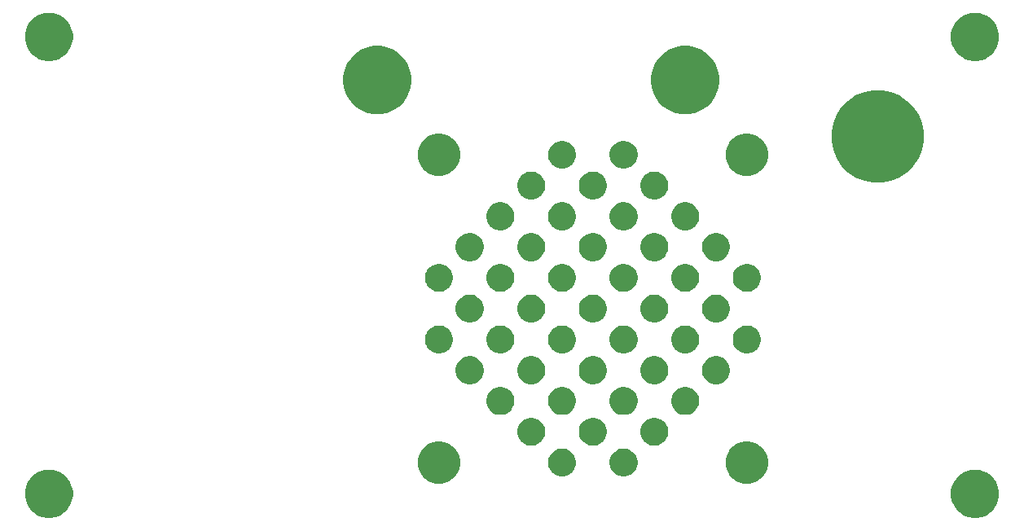
<source format=gts>
G04 #@! TF.GenerationSoftware,KiCad,Pcbnew,5.0.2-bee76a0~70~ubuntu16.04.1*
G04 #@! TF.CreationDate,2019-08-24T22:06:37-07:00*
G04 #@! TF.ProjectId,endcap,656e6463-6170-42e6-9b69-6361645f7063,rev?*
G04 #@! TF.SameCoordinates,PX2faf080PY2faf080*
G04 #@! TF.FileFunction,Soldermask,Top*
G04 #@! TF.FilePolarity,Negative*
%FSLAX46Y46*%
G04 Gerber Fmt 4.6, Leading zero omitted, Abs format (unit mm)*
G04 Created by KiCad (PCBNEW 5.0.2-bee76a0~70~ubuntu16.04.1) date Sat 24 Aug 2019 10:06:37 PM PDT*
%MOMM*%
%LPD*%
G01*
G04 APERTURE LIST*
%ADD10C,0.100000*%
G04 APERTURE END LIST*
D10*
G36*
X101612921Y-48797056D02*
X101854515Y-48845112D01*
X102309668Y-49033643D01*
X102713841Y-49303703D01*
X102719297Y-49307349D01*
X103067651Y-49655703D01*
X103341358Y-50065334D01*
X103529888Y-50520486D01*
X103626000Y-51003672D01*
X103626000Y-51496328D01*
X103529888Y-51979514D01*
X103341358Y-52434666D01*
X103067651Y-52844297D01*
X102719297Y-53192651D01*
X102719294Y-53192653D01*
X102309668Y-53466357D01*
X101854515Y-53654888D01*
X101612921Y-53702944D01*
X101371328Y-53751000D01*
X100878672Y-53751000D01*
X100637079Y-53702944D01*
X100395485Y-53654888D01*
X99940332Y-53466357D01*
X99530706Y-53192653D01*
X99530703Y-53192651D01*
X99182349Y-52844297D01*
X98908642Y-52434666D01*
X98720112Y-51979514D01*
X98624000Y-51496328D01*
X98624000Y-51003672D01*
X98720112Y-50520486D01*
X98908642Y-50065334D01*
X99182349Y-49655703D01*
X99530703Y-49307349D01*
X99536159Y-49303703D01*
X99940332Y-49033643D01*
X100395485Y-48845112D01*
X100637079Y-48797056D01*
X100878672Y-48749000D01*
X101371328Y-48749000D01*
X101612921Y-48797056D01*
X101612921Y-48797056D01*
G37*
G36*
X5362921Y-48797056D02*
X5604515Y-48845112D01*
X6059668Y-49033643D01*
X6463841Y-49303703D01*
X6469297Y-49307349D01*
X6817651Y-49655703D01*
X7091358Y-50065334D01*
X7279888Y-50520486D01*
X7376000Y-51003672D01*
X7376000Y-51496328D01*
X7279888Y-51979514D01*
X7091358Y-52434666D01*
X6817651Y-52844297D01*
X6469297Y-53192651D01*
X6469294Y-53192653D01*
X6059668Y-53466357D01*
X5604515Y-53654888D01*
X5362921Y-53702944D01*
X5121328Y-53751000D01*
X4628672Y-53751000D01*
X4387079Y-53702944D01*
X4145485Y-53654888D01*
X3690332Y-53466357D01*
X3280706Y-53192653D01*
X3280703Y-53192651D01*
X2932349Y-52844297D01*
X2658642Y-52434666D01*
X2470112Y-51979514D01*
X2374000Y-51496328D01*
X2374000Y-51003672D01*
X2470112Y-50520486D01*
X2658642Y-50065334D01*
X2932349Y-49655703D01*
X3280703Y-49307349D01*
X3286159Y-49303703D01*
X3690332Y-49033643D01*
X4145485Y-48845112D01*
X4387079Y-48797056D01*
X4628672Y-48749000D01*
X5121328Y-48749000D01*
X5362921Y-48797056D01*
X5362921Y-48797056D01*
G37*
G36*
X46042006Y-45883582D02*
X46442565Y-46049499D01*
X46803059Y-46290373D01*
X47109627Y-46596941D01*
X47350501Y-46957435D01*
X47516418Y-47357994D01*
X47601000Y-47783219D01*
X47601000Y-48216781D01*
X47516418Y-48642006D01*
X47350501Y-49042565D01*
X47109627Y-49403059D01*
X46803059Y-49709627D01*
X46442565Y-49950501D01*
X46042006Y-50116418D01*
X45616781Y-50201000D01*
X45183219Y-50201000D01*
X44757994Y-50116418D01*
X44357435Y-49950501D01*
X43996941Y-49709627D01*
X43690373Y-49403059D01*
X43449499Y-49042565D01*
X43283582Y-48642006D01*
X43199000Y-48216781D01*
X43199000Y-47783219D01*
X43283582Y-47357994D01*
X43449499Y-46957435D01*
X43690373Y-46596941D01*
X43996941Y-46290373D01*
X44357435Y-46049499D01*
X44757994Y-45883582D01*
X45183219Y-45799000D01*
X45616781Y-45799000D01*
X46042006Y-45883582D01*
X46042006Y-45883582D01*
G37*
G36*
X78042006Y-45883582D02*
X78442565Y-46049499D01*
X78803059Y-46290373D01*
X79109627Y-46596941D01*
X79350501Y-46957435D01*
X79516418Y-47357994D01*
X79601000Y-47783219D01*
X79601000Y-48216781D01*
X79516418Y-48642006D01*
X79350501Y-49042565D01*
X79109627Y-49403059D01*
X78803059Y-49709627D01*
X78442565Y-49950501D01*
X78042006Y-50116418D01*
X77616781Y-50201000D01*
X77183219Y-50201000D01*
X76757994Y-50116418D01*
X76357435Y-49950501D01*
X75996941Y-49709627D01*
X75690373Y-49403059D01*
X75449499Y-49042565D01*
X75283582Y-48642006D01*
X75199000Y-48216781D01*
X75199000Y-47783219D01*
X75283582Y-47357994D01*
X75449499Y-46957435D01*
X75690373Y-46596941D01*
X75996941Y-46290373D01*
X76357435Y-46049499D01*
X76757994Y-45883582D01*
X77183219Y-45799000D01*
X77616781Y-45799000D01*
X78042006Y-45883582D01*
X78042006Y-45883582D01*
G37*
G36*
X58623238Y-46604760D02*
X58623240Y-46604761D01*
X58623241Y-46604761D01*
X58887306Y-46714140D01*
X58887307Y-46714141D01*
X59124962Y-46872937D01*
X59327063Y-47075038D01*
X59327065Y-47075041D01*
X59485860Y-47312694D01*
X59595239Y-47576759D01*
X59595240Y-47576762D01*
X59651000Y-47857088D01*
X59651000Y-48142912D01*
X59636307Y-48216781D01*
X59595239Y-48423241D01*
X59485860Y-48687306D01*
X59485859Y-48687307D01*
X59327063Y-48924962D01*
X59124962Y-49127063D01*
X59124959Y-49127065D01*
X58887306Y-49285860D01*
X58623241Y-49395239D01*
X58623240Y-49395239D01*
X58623238Y-49395240D01*
X58342912Y-49451000D01*
X58057088Y-49451000D01*
X57776762Y-49395240D01*
X57776760Y-49395239D01*
X57776759Y-49395239D01*
X57512694Y-49285860D01*
X57275041Y-49127065D01*
X57275038Y-49127063D01*
X57072937Y-48924962D01*
X56914141Y-48687307D01*
X56914140Y-48687306D01*
X56804761Y-48423241D01*
X56763694Y-48216781D01*
X56749000Y-48142912D01*
X56749000Y-47857088D01*
X56804760Y-47576762D01*
X56804761Y-47576759D01*
X56914140Y-47312694D01*
X57072935Y-47075041D01*
X57072937Y-47075038D01*
X57275038Y-46872937D01*
X57512693Y-46714141D01*
X57512694Y-46714140D01*
X57776759Y-46604761D01*
X57776760Y-46604761D01*
X57776762Y-46604760D01*
X58057088Y-46549000D01*
X58342912Y-46549000D01*
X58623238Y-46604760D01*
X58623238Y-46604760D01*
G37*
G36*
X65023238Y-46604760D02*
X65023240Y-46604761D01*
X65023241Y-46604761D01*
X65287306Y-46714140D01*
X65287307Y-46714141D01*
X65524962Y-46872937D01*
X65727063Y-47075038D01*
X65727065Y-47075041D01*
X65885860Y-47312694D01*
X65995239Y-47576759D01*
X65995240Y-47576762D01*
X66051000Y-47857088D01*
X66051000Y-48142912D01*
X66036307Y-48216781D01*
X65995239Y-48423241D01*
X65885860Y-48687306D01*
X65885859Y-48687307D01*
X65727063Y-48924962D01*
X65524962Y-49127063D01*
X65524959Y-49127065D01*
X65287306Y-49285860D01*
X65023241Y-49395239D01*
X65023240Y-49395239D01*
X65023238Y-49395240D01*
X64742912Y-49451000D01*
X64457088Y-49451000D01*
X64176762Y-49395240D01*
X64176760Y-49395239D01*
X64176759Y-49395239D01*
X63912694Y-49285860D01*
X63675041Y-49127065D01*
X63675038Y-49127063D01*
X63472937Y-48924962D01*
X63314141Y-48687307D01*
X63314140Y-48687306D01*
X63204761Y-48423241D01*
X63163694Y-48216781D01*
X63149000Y-48142912D01*
X63149000Y-47857088D01*
X63204760Y-47576762D01*
X63204761Y-47576759D01*
X63314140Y-47312694D01*
X63472935Y-47075041D01*
X63472937Y-47075038D01*
X63675038Y-46872937D01*
X63912693Y-46714141D01*
X63912694Y-46714140D01*
X64176759Y-46604761D01*
X64176760Y-46604761D01*
X64176762Y-46604760D01*
X64457088Y-46549000D01*
X64742912Y-46549000D01*
X65023238Y-46604760D01*
X65023238Y-46604760D01*
G37*
G36*
X61823238Y-43404760D02*
X61823240Y-43404761D01*
X61823241Y-43404761D01*
X62087306Y-43514140D01*
X62087307Y-43514141D01*
X62324962Y-43672937D01*
X62527063Y-43875038D01*
X62527065Y-43875041D01*
X62685860Y-44112694D01*
X62795239Y-44376759D01*
X62851000Y-44657089D01*
X62851000Y-44942911D01*
X62795239Y-45223241D01*
X62685860Y-45487306D01*
X62685859Y-45487307D01*
X62527063Y-45724962D01*
X62324962Y-45927063D01*
X62324959Y-45927065D01*
X62087306Y-46085860D01*
X61823241Y-46195239D01*
X61823240Y-46195239D01*
X61823238Y-46195240D01*
X61542912Y-46251000D01*
X61257088Y-46251000D01*
X60976762Y-46195240D01*
X60976760Y-46195239D01*
X60976759Y-46195239D01*
X60712694Y-46085860D01*
X60475041Y-45927065D01*
X60475038Y-45927063D01*
X60272937Y-45724962D01*
X60114141Y-45487307D01*
X60114140Y-45487306D01*
X60004761Y-45223241D01*
X59949000Y-44942911D01*
X59949000Y-44657089D01*
X60004761Y-44376759D01*
X60114140Y-44112694D01*
X60272935Y-43875041D01*
X60272937Y-43875038D01*
X60475038Y-43672937D01*
X60712693Y-43514141D01*
X60712694Y-43514140D01*
X60976759Y-43404761D01*
X60976760Y-43404761D01*
X60976762Y-43404760D01*
X61257088Y-43349000D01*
X61542912Y-43349000D01*
X61823238Y-43404760D01*
X61823238Y-43404760D01*
G37*
G36*
X68223238Y-43404760D02*
X68223240Y-43404761D01*
X68223241Y-43404761D01*
X68487306Y-43514140D01*
X68487307Y-43514141D01*
X68724962Y-43672937D01*
X68927063Y-43875038D01*
X68927065Y-43875041D01*
X69085860Y-44112694D01*
X69195239Y-44376759D01*
X69251000Y-44657089D01*
X69251000Y-44942911D01*
X69195239Y-45223241D01*
X69085860Y-45487306D01*
X69085859Y-45487307D01*
X68927063Y-45724962D01*
X68724962Y-45927063D01*
X68724959Y-45927065D01*
X68487306Y-46085860D01*
X68223241Y-46195239D01*
X68223240Y-46195239D01*
X68223238Y-46195240D01*
X67942912Y-46251000D01*
X67657088Y-46251000D01*
X67376762Y-46195240D01*
X67376760Y-46195239D01*
X67376759Y-46195239D01*
X67112694Y-46085860D01*
X66875041Y-45927065D01*
X66875038Y-45927063D01*
X66672937Y-45724962D01*
X66514141Y-45487307D01*
X66514140Y-45487306D01*
X66404761Y-45223241D01*
X66349000Y-44942911D01*
X66349000Y-44657089D01*
X66404761Y-44376759D01*
X66514140Y-44112694D01*
X66672935Y-43875041D01*
X66672937Y-43875038D01*
X66875038Y-43672937D01*
X67112693Y-43514141D01*
X67112694Y-43514140D01*
X67376759Y-43404761D01*
X67376760Y-43404761D01*
X67376762Y-43404760D01*
X67657088Y-43349000D01*
X67942912Y-43349000D01*
X68223238Y-43404760D01*
X68223238Y-43404760D01*
G37*
G36*
X55423238Y-43404760D02*
X55423240Y-43404761D01*
X55423241Y-43404761D01*
X55687306Y-43514140D01*
X55687307Y-43514141D01*
X55924962Y-43672937D01*
X56127063Y-43875038D01*
X56127065Y-43875041D01*
X56285860Y-44112694D01*
X56395239Y-44376759D01*
X56451000Y-44657089D01*
X56451000Y-44942911D01*
X56395239Y-45223241D01*
X56285860Y-45487306D01*
X56285859Y-45487307D01*
X56127063Y-45724962D01*
X55924962Y-45927063D01*
X55924959Y-45927065D01*
X55687306Y-46085860D01*
X55423241Y-46195239D01*
X55423240Y-46195239D01*
X55423238Y-46195240D01*
X55142912Y-46251000D01*
X54857088Y-46251000D01*
X54576762Y-46195240D01*
X54576760Y-46195239D01*
X54576759Y-46195239D01*
X54312694Y-46085860D01*
X54075041Y-45927065D01*
X54075038Y-45927063D01*
X53872937Y-45724962D01*
X53714141Y-45487307D01*
X53714140Y-45487306D01*
X53604761Y-45223241D01*
X53549000Y-44942911D01*
X53549000Y-44657089D01*
X53604761Y-44376759D01*
X53714140Y-44112694D01*
X53872935Y-43875041D01*
X53872937Y-43875038D01*
X54075038Y-43672937D01*
X54312693Y-43514141D01*
X54312694Y-43514140D01*
X54576759Y-43404761D01*
X54576760Y-43404761D01*
X54576762Y-43404760D01*
X54857088Y-43349000D01*
X55142912Y-43349000D01*
X55423238Y-43404760D01*
X55423238Y-43404760D01*
G37*
G36*
X52223238Y-40204760D02*
X52223240Y-40204761D01*
X52223241Y-40204761D01*
X52487306Y-40314140D01*
X52487307Y-40314141D01*
X52724962Y-40472937D01*
X52927063Y-40675038D01*
X52927065Y-40675041D01*
X53085860Y-40912694D01*
X53195239Y-41176759D01*
X53251000Y-41457089D01*
X53251000Y-41742911D01*
X53195239Y-42023241D01*
X53085860Y-42287306D01*
X53085859Y-42287307D01*
X52927063Y-42524962D01*
X52724962Y-42727063D01*
X52724959Y-42727065D01*
X52487306Y-42885860D01*
X52223241Y-42995239D01*
X52223240Y-42995239D01*
X52223238Y-42995240D01*
X51942912Y-43051000D01*
X51657088Y-43051000D01*
X51376762Y-42995240D01*
X51376760Y-42995239D01*
X51376759Y-42995239D01*
X51112694Y-42885860D01*
X50875041Y-42727065D01*
X50875038Y-42727063D01*
X50672937Y-42524962D01*
X50514141Y-42287307D01*
X50514140Y-42287306D01*
X50404761Y-42023241D01*
X50349000Y-41742911D01*
X50349000Y-41457089D01*
X50404761Y-41176759D01*
X50514140Y-40912694D01*
X50672935Y-40675041D01*
X50672937Y-40675038D01*
X50875038Y-40472937D01*
X51112693Y-40314141D01*
X51112694Y-40314140D01*
X51376759Y-40204761D01*
X51376760Y-40204761D01*
X51376762Y-40204760D01*
X51657088Y-40149000D01*
X51942912Y-40149000D01*
X52223238Y-40204760D01*
X52223238Y-40204760D01*
G37*
G36*
X71423238Y-40204760D02*
X71423240Y-40204761D01*
X71423241Y-40204761D01*
X71687306Y-40314140D01*
X71687307Y-40314141D01*
X71924962Y-40472937D01*
X72127063Y-40675038D01*
X72127065Y-40675041D01*
X72285860Y-40912694D01*
X72395239Y-41176759D01*
X72451000Y-41457089D01*
X72451000Y-41742911D01*
X72395239Y-42023241D01*
X72285860Y-42287306D01*
X72285859Y-42287307D01*
X72127063Y-42524962D01*
X71924962Y-42727063D01*
X71924959Y-42727065D01*
X71687306Y-42885860D01*
X71423241Y-42995239D01*
X71423240Y-42995239D01*
X71423238Y-42995240D01*
X71142912Y-43051000D01*
X70857088Y-43051000D01*
X70576762Y-42995240D01*
X70576760Y-42995239D01*
X70576759Y-42995239D01*
X70312694Y-42885860D01*
X70075041Y-42727065D01*
X70075038Y-42727063D01*
X69872937Y-42524962D01*
X69714141Y-42287307D01*
X69714140Y-42287306D01*
X69604761Y-42023241D01*
X69549000Y-41742911D01*
X69549000Y-41457089D01*
X69604761Y-41176759D01*
X69714140Y-40912694D01*
X69872935Y-40675041D01*
X69872937Y-40675038D01*
X70075038Y-40472937D01*
X70312693Y-40314141D01*
X70312694Y-40314140D01*
X70576759Y-40204761D01*
X70576760Y-40204761D01*
X70576762Y-40204760D01*
X70857088Y-40149000D01*
X71142912Y-40149000D01*
X71423238Y-40204760D01*
X71423238Y-40204760D01*
G37*
G36*
X65023238Y-40204760D02*
X65023240Y-40204761D01*
X65023241Y-40204761D01*
X65287306Y-40314140D01*
X65287307Y-40314141D01*
X65524962Y-40472937D01*
X65727063Y-40675038D01*
X65727065Y-40675041D01*
X65885860Y-40912694D01*
X65995239Y-41176759D01*
X66051000Y-41457089D01*
X66051000Y-41742911D01*
X65995239Y-42023241D01*
X65885860Y-42287306D01*
X65885859Y-42287307D01*
X65727063Y-42524962D01*
X65524962Y-42727063D01*
X65524959Y-42727065D01*
X65287306Y-42885860D01*
X65023241Y-42995239D01*
X65023240Y-42995239D01*
X65023238Y-42995240D01*
X64742912Y-43051000D01*
X64457088Y-43051000D01*
X64176762Y-42995240D01*
X64176760Y-42995239D01*
X64176759Y-42995239D01*
X63912694Y-42885860D01*
X63675041Y-42727065D01*
X63675038Y-42727063D01*
X63472937Y-42524962D01*
X63314141Y-42287307D01*
X63314140Y-42287306D01*
X63204761Y-42023241D01*
X63149000Y-41742911D01*
X63149000Y-41457089D01*
X63204761Y-41176759D01*
X63314140Y-40912694D01*
X63472935Y-40675041D01*
X63472937Y-40675038D01*
X63675038Y-40472937D01*
X63912693Y-40314141D01*
X63912694Y-40314140D01*
X64176759Y-40204761D01*
X64176760Y-40204761D01*
X64176762Y-40204760D01*
X64457088Y-40149000D01*
X64742912Y-40149000D01*
X65023238Y-40204760D01*
X65023238Y-40204760D01*
G37*
G36*
X58623238Y-40204760D02*
X58623240Y-40204761D01*
X58623241Y-40204761D01*
X58887306Y-40314140D01*
X58887307Y-40314141D01*
X59124962Y-40472937D01*
X59327063Y-40675038D01*
X59327065Y-40675041D01*
X59485860Y-40912694D01*
X59595239Y-41176759D01*
X59651000Y-41457089D01*
X59651000Y-41742911D01*
X59595239Y-42023241D01*
X59485860Y-42287306D01*
X59485859Y-42287307D01*
X59327063Y-42524962D01*
X59124962Y-42727063D01*
X59124959Y-42727065D01*
X58887306Y-42885860D01*
X58623241Y-42995239D01*
X58623240Y-42995239D01*
X58623238Y-42995240D01*
X58342912Y-43051000D01*
X58057088Y-43051000D01*
X57776762Y-42995240D01*
X57776760Y-42995239D01*
X57776759Y-42995239D01*
X57512694Y-42885860D01*
X57275041Y-42727065D01*
X57275038Y-42727063D01*
X57072937Y-42524962D01*
X56914141Y-42287307D01*
X56914140Y-42287306D01*
X56804761Y-42023241D01*
X56749000Y-41742911D01*
X56749000Y-41457089D01*
X56804761Y-41176759D01*
X56914140Y-40912694D01*
X57072935Y-40675041D01*
X57072937Y-40675038D01*
X57275038Y-40472937D01*
X57512693Y-40314141D01*
X57512694Y-40314140D01*
X57776759Y-40204761D01*
X57776760Y-40204761D01*
X57776762Y-40204760D01*
X58057088Y-40149000D01*
X58342912Y-40149000D01*
X58623238Y-40204760D01*
X58623238Y-40204760D01*
G37*
G36*
X74623238Y-37004760D02*
X74623240Y-37004761D01*
X74623241Y-37004761D01*
X74887306Y-37114140D01*
X74887307Y-37114141D01*
X75124962Y-37272937D01*
X75327063Y-37475038D01*
X75327065Y-37475041D01*
X75485860Y-37712694D01*
X75595239Y-37976759D01*
X75651000Y-38257089D01*
X75651000Y-38542911D01*
X75595239Y-38823241D01*
X75485860Y-39087306D01*
X75485859Y-39087307D01*
X75327063Y-39324962D01*
X75124962Y-39527063D01*
X75124959Y-39527065D01*
X74887306Y-39685860D01*
X74623241Y-39795239D01*
X74623240Y-39795239D01*
X74623238Y-39795240D01*
X74342912Y-39851000D01*
X74057088Y-39851000D01*
X73776762Y-39795240D01*
X73776760Y-39795239D01*
X73776759Y-39795239D01*
X73512694Y-39685860D01*
X73275041Y-39527065D01*
X73275038Y-39527063D01*
X73072937Y-39324962D01*
X72914141Y-39087307D01*
X72914140Y-39087306D01*
X72804761Y-38823241D01*
X72749000Y-38542911D01*
X72749000Y-38257089D01*
X72804761Y-37976759D01*
X72914140Y-37712694D01*
X73072935Y-37475041D01*
X73072937Y-37475038D01*
X73275038Y-37272937D01*
X73512693Y-37114141D01*
X73512694Y-37114140D01*
X73776759Y-37004761D01*
X73776760Y-37004761D01*
X73776762Y-37004760D01*
X74057088Y-36949000D01*
X74342912Y-36949000D01*
X74623238Y-37004760D01*
X74623238Y-37004760D01*
G37*
G36*
X49023238Y-37004760D02*
X49023240Y-37004761D01*
X49023241Y-37004761D01*
X49287306Y-37114140D01*
X49287307Y-37114141D01*
X49524962Y-37272937D01*
X49727063Y-37475038D01*
X49727065Y-37475041D01*
X49885860Y-37712694D01*
X49995239Y-37976759D01*
X50051000Y-38257089D01*
X50051000Y-38542911D01*
X49995239Y-38823241D01*
X49885860Y-39087306D01*
X49885859Y-39087307D01*
X49727063Y-39324962D01*
X49524962Y-39527063D01*
X49524959Y-39527065D01*
X49287306Y-39685860D01*
X49023241Y-39795239D01*
X49023240Y-39795239D01*
X49023238Y-39795240D01*
X48742912Y-39851000D01*
X48457088Y-39851000D01*
X48176762Y-39795240D01*
X48176760Y-39795239D01*
X48176759Y-39795239D01*
X47912694Y-39685860D01*
X47675041Y-39527065D01*
X47675038Y-39527063D01*
X47472937Y-39324962D01*
X47314141Y-39087307D01*
X47314140Y-39087306D01*
X47204761Y-38823241D01*
X47149000Y-38542911D01*
X47149000Y-38257089D01*
X47204761Y-37976759D01*
X47314140Y-37712694D01*
X47472935Y-37475041D01*
X47472937Y-37475038D01*
X47675038Y-37272937D01*
X47912693Y-37114141D01*
X47912694Y-37114140D01*
X48176759Y-37004761D01*
X48176760Y-37004761D01*
X48176762Y-37004760D01*
X48457088Y-36949000D01*
X48742912Y-36949000D01*
X49023238Y-37004760D01*
X49023238Y-37004760D01*
G37*
G36*
X55423238Y-37004760D02*
X55423240Y-37004761D01*
X55423241Y-37004761D01*
X55687306Y-37114140D01*
X55687307Y-37114141D01*
X55924962Y-37272937D01*
X56127063Y-37475038D01*
X56127065Y-37475041D01*
X56285860Y-37712694D01*
X56395239Y-37976759D01*
X56451000Y-38257089D01*
X56451000Y-38542911D01*
X56395239Y-38823241D01*
X56285860Y-39087306D01*
X56285859Y-39087307D01*
X56127063Y-39324962D01*
X55924962Y-39527063D01*
X55924959Y-39527065D01*
X55687306Y-39685860D01*
X55423241Y-39795239D01*
X55423240Y-39795239D01*
X55423238Y-39795240D01*
X55142912Y-39851000D01*
X54857088Y-39851000D01*
X54576762Y-39795240D01*
X54576760Y-39795239D01*
X54576759Y-39795239D01*
X54312694Y-39685860D01*
X54075041Y-39527065D01*
X54075038Y-39527063D01*
X53872937Y-39324962D01*
X53714141Y-39087307D01*
X53714140Y-39087306D01*
X53604761Y-38823241D01*
X53549000Y-38542911D01*
X53549000Y-38257089D01*
X53604761Y-37976759D01*
X53714140Y-37712694D01*
X53872935Y-37475041D01*
X53872937Y-37475038D01*
X54075038Y-37272937D01*
X54312693Y-37114141D01*
X54312694Y-37114140D01*
X54576759Y-37004761D01*
X54576760Y-37004761D01*
X54576762Y-37004760D01*
X54857088Y-36949000D01*
X55142912Y-36949000D01*
X55423238Y-37004760D01*
X55423238Y-37004760D01*
G37*
G36*
X61823238Y-37004760D02*
X61823240Y-37004761D01*
X61823241Y-37004761D01*
X62087306Y-37114140D01*
X62087307Y-37114141D01*
X62324962Y-37272937D01*
X62527063Y-37475038D01*
X62527065Y-37475041D01*
X62685860Y-37712694D01*
X62795239Y-37976759D01*
X62851000Y-38257089D01*
X62851000Y-38542911D01*
X62795239Y-38823241D01*
X62685860Y-39087306D01*
X62685859Y-39087307D01*
X62527063Y-39324962D01*
X62324962Y-39527063D01*
X62324959Y-39527065D01*
X62087306Y-39685860D01*
X61823241Y-39795239D01*
X61823240Y-39795239D01*
X61823238Y-39795240D01*
X61542912Y-39851000D01*
X61257088Y-39851000D01*
X60976762Y-39795240D01*
X60976760Y-39795239D01*
X60976759Y-39795239D01*
X60712694Y-39685860D01*
X60475041Y-39527065D01*
X60475038Y-39527063D01*
X60272937Y-39324962D01*
X60114141Y-39087307D01*
X60114140Y-39087306D01*
X60004761Y-38823241D01*
X59949000Y-38542911D01*
X59949000Y-38257089D01*
X60004761Y-37976759D01*
X60114140Y-37712694D01*
X60272935Y-37475041D01*
X60272937Y-37475038D01*
X60475038Y-37272937D01*
X60712693Y-37114141D01*
X60712694Y-37114140D01*
X60976759Y-37004761D01*
X60976760Y-37004761D01*
X60976762Y-37004760D01*
X61257088Y-36949000D01*
X61542912Y-36949000D01*
X61823238Y-37004760D01*
X61823238Y-37004760D01*
G37*
G36*
X68223238Y-37004760D02*
X68223240Y-37004761D01*
X68223241Y-37004761D01*
X68487306Y-37114140D01*
X68487307Y-37114141D01*
X68724962Y-37272937D01*
X68927063Y-37475038D01*
X68927065Y-37475041D01*
X69085860Y-37712694D01*
X69195239Y-37976759D01*
X69251000Y-38257089D01*
X69251000Y-38542911D01*
X69195239Y-38823241D01*
X69085860Y-39087306D01*
X69085859Y-39087307D01*
X68927063Y-39324962D01*
X68724962Y-39527063D01*
X68724959Y-39527065D01*
X68487306Y-39685860D01*
X68223241Y-39795239D01*
X68223240Y-39795239D01*
X68223238Y-39795240D01*
X67942912Y-39851000D01*
X67657088Y-39851000D01*
X67376762Y-39795240D01*
X67376760Y-39795239D01*
X67376759Y-39795239D01*
X67112694Y-39685860D01*
X66875041Y-39527065D01*
X66875038Y-39527063D01*
X66672937Y-39324962D01*
X66514141Y-39087307D01*
X66514140Y-39087306D01*
X66404761Y-38823241D01*
X66349000Y-38542911D01*
X66349000Y-38257089D01*
X66404761Y-37976759D01*
X66514140Y-37712694D01*
X66672935Y-37475041D01*
X66672937Y-37475038D01*
X66875038Y-37272937D01*
X67112693Y-37114141D01*
X67112694Y-37114140D01*
X67376759Y-37004761D01*
X67376760Y-37004761D01*
X67376762Y-37004760D01*
X67657088Y-36949000D01*
X67942912Y-36949000D01*
X68223238Y-37004760D01*
X68223238Y-37004760D01*
G37*
G36*
X77823238Y-33804760D02*
X77823240Y-33804761D01*
X77823241Y-33804761D01*
X78087306Y-33914140D01*
X78087307Y-33914141D01*
X78324962Y-34072937D01*
X78527063Y-34275038D01*
X78527065Y-34275041D01*
X78685860Y-34512694D01*
X78795239Y-34776759D01*
X78851000Y-35057089D01*
X78851000Y-35342911D01*
X78795239Y-35623241D01*
X78685860Y-35887306D01*
X78685859Y-35887307D01*
X78527063Y-36124962D01*
X78324962Y-36327063D01*
X78324959Y-36327065D01*
X78087306Y-36485860D01*
X77823241Y-36595239D01*
X77823240Y-36595239D01*
X77823238Y-36595240D01*
X77542912Y-36651000D01*
X77257088Y-36651000D01*
X76976762Y-36595240D01*
X76976760Y-36595239D01*
X76976759Y-36595239D01*
X76712694Y-36485860D01*
X76475041Y-36327065D01*
X76475038Y-36327063D01*
X76272937Y-36124962D01*
X76114141Y-35887307D01*
X76114140Y-35887306D01*
X76004761Y-35623241D01*
X75949000Y-35342911D01*
X75949000Y-35057089D01*
X76004761Y-34776759D01*
X76114140Y-34512694D01*
X76272935Y-34275041D01*
X76272937Y-34275038D01*
X76475038Y-34072937D01*
X76712693Y-33914141D01*
X76712694Y-33914140D01*
X76976759Y-33804761D01*
X76976760Y-33804761D01*
X76976762Y-33804760D01*
X77257088Y-33749000D01*
X77542912Y-33749000D01*
X77823238Y-33804760D01*
X77823238Y-33804760D01*
G37*
G36*
X71423238Y-33804760D02*
X71423240Y-33804761D01*
X71423241Y-33804761D01*
X71687306Y-33914140D01*
X71687307Y-33914141D01*
X71924962Y-34072937D01*
X72127063Y-34275038D01*
X72127065Y-34275041D01*
X72285860Y-34512694D01*
X72395239Y-34776759D01*
X72451000Y-35057089D01*
X72451000Y-35342911D01*
X72395239Y-35623241D01*
X72285860Y-35887306D01*
X72285859Y-35887307D01*
X72127063Y-36124962D01*
X71924962Y-36327063D01*
X71924959Y-36327065D01*
X71687306Y-36485860D01*
X71423241Y-36595239D01*
X71423240Y-36595239D01*
X71423238Y-36595240D01*
X71142912Y-36651000D01*
X70857088Y-36651000D01*
X70576762Y-36595240D01*
X70576760Y-36595239D01*
X70576759Y-36595239D01*
X70312694Y-36485860D01*
X70075041Y-36327065D01*
X70075038Y-36327063D01*
X69872937Y-36124962D01*
X69714141Y-35887307D01*
X69714140Y-35887306D01*
X69604761Y-35623241D01*
X69549000Y-35342911D01*
X69549000Y-35057089D01*
X69604761Y-34776759D01*
X69714140Y-34512694D01*
X69872935Y-34275041D01*
X69872937Y-34275038D01*
X70075038Y-34072937D01*
X70312693Y-33914141D01*
X70312694Y-33914140D01*
X70576759Y-33804761D01*
X70576760Y-33804761D01*
X70576762Y-33804760D01*
X70857088Y-33749000D01*
X71142912Y-33749000D01*
X71423238Y-33804760D01*
X71423238Y-33804760D01*
G37*
G36*
X65023238Y-33804760D02*
X65023240Y-33804761D01*
X65023241Y-33804761D01*
X65287306Y-33914140D01*
X65287307Y-33914141D01*
X65524962Y-34072937D01*
X65727063Y-34275038D01*
X65727065Y-34275041D01*
X65885860Y-34512694D01*
X65995239Y-34776759D01*
X66051000Y-35057089D01*
X66051000Y-35342911D01*
X65995239Y-35623241D01*
X65885860Y-35887306D01*
X65885859Y-35887307D01*
X65727063Y-36124962D01*
X65524962Y-36327063D01*
X65524959Y-36327065D01*
X65287306Y-36485860D01*
X65023241Y-36595239D01*
X65023240Y-36595239D01*
X65023238Y-36595240D01*
X64742912Y-36651000D01*
X64457088Y-36651000D01*
X64176762Y-36595240D01*
X64176760Y-36595239D01*
X64176759Y-36595239D01*
X63912694Y-36485860D01*
X63675041Y-36327065D01*
X63675038Y-36327063D01*
X63472937Y-36124962D01*
X63314141Y-35887307D01*
X63314140Y-35887306D01*
X63204761Y-35623241D01*
X63149000Y-35342911D01*
X63149000Y-35057089D01*
X63204761Y-34776759D01*
X63314140Y-34512694D01*
X63472935Y-34275041D01*
X63472937Y-34275038D01*
X63675038Y-34072937D01*
X63912693Y-33914141D01*
X63912694Y-33914140D01*
X64176759Y-33804761D01*
X64176760Y-33804761D01*
X64176762Y-33804760D01*
X64457088Y-33749000D01*
X64742912Y-33749000D01*
X65023238Y-33804760D01*
X65023238Y-33804760D01*
G37*
G36*
X52223238Y-33804760D02*
X52223240Y-33804761D01*
X52223241Y-33804761D01*
X52487306Y-33914140D01*
X52487307Y-33914141D01*
X52724962Y-34072937D01*
X52927063Y-34275038D01*
X52927065Y-34275041D01*
X53085860Y-34512694D01*
X53195239Y-34776759D01*
X53251000Y-35057089D01*
X53251000Y-35342911D01*
X53195239Y-35623241D01*
X53085860Y-35887306D01*
X53085859Y-35887307D01*
X52927063Y-36124962D01*
X52724962Y-36327063D01*
X52724959Y-36327065D01*
X52487306Y-36485860D01*
X52223241Y-36595239D01*
X52223240Y-36595239D01*
X52223238Y-36595240D01*
X51942912Y-36651000D01*
X51657088Y-36651000D01*
X51376762Y-36595240D01*
X51376760Y-36595239D01*
X51376759Y-36595239D01*
X51112694Y-36485860D01*
X50875041Y-36327065D01*
X50875038Y-36327063D01*
X50672937Y-36124962D01*
X50514141Y-35887307D01*
X50514140Y-35887306D01*
X50404761Y-35623241D01*
X50349000Y-35342911D01*
X50349000Y-35057089D01*
X50404761Y-34776759D01*
X50514140Y-34512694D01*
X50672935Y-34275041D01*
X50672937Y-34275038D01*
X50875038Y-34072937D01*
X51112693Y-33914141D01*
X51112694Y-33914140D01*
X51376759Y-33804761D01*
X51376760Y-33804761D01*
X51376762Y-33804760D01*
X51657088Y-33749000D01*
X51942912Y-33749000D01*
X52223238Y-33804760D01*
X52223238Y-33804760D01*
G37*
G36*
X45823238Y-33804760D02*
X45823240Y-33804761D01*
X45823241Y-33804761D01*
X46087306Y-33914140D01*
X46087307Y-33914141D01*
X46324962Y-34072937D01*
X46527063Y-34275038D01*
X46527065Y-34275041D01*
X46685860Y-34512694D01*
X46795239Y-34776759D01*
X46851000Y-35057089D01*
X46851000Y-35342911D01*
X46795239Y-35623241D01*
X46685860Y-35887306D01*
X46685859Y-35887307D01*
X46527063Y-36124962D01*
X46324962Y-36327063D01*
X46324959Y-36327065D01*
X46087306Y-36485860D01*
X45823241Y-36595239D01*
X45823240Y-36595239D01*
X45823238Y-36595240D01*
X45542912Y-36651000D01*
X45257088Y-36651000D01*
X44976762Y-36595240D01*
X44976760Y-36595239D01*
X44976759Y-36595239D01*
X44712694Y-36485860D01*
X44475041Y-36327065D01*
X44475038Y-36327063D01*
X44272937Y-36124962D01*
X44114141Y-35887307D01*
X44114140Y-35887306D01*
X44004761Y-35623241D01*
X43949000Y-35342911D01*
X43949000Y-35057089D01*
X44004761Y-34776759D01*
X44114140Y-34512694D01*
X44272935Y-34275041D01*
X44272937Y-34275038D01*
X44475038Y-34072937D01*
X44712693Y-33914141D01*
X44712694Y-33914140D01*
X44976759Y-33804761D01*
X44976760Y-33804761D01*
X44976762Y-33804760D01*
X45257088Y-33749000D01*
X45542912Y-33749000D01*
X45823238Y-33804760D01*
X45823238Y-33804760D01*
G37*
G36*
X58623238Y-33804760D02*
X58623240Y-33804761D01*
X58623241Y-33804761D01*
X58887306Y-33914140D01*
X58887307Y-33914141D01*
X59124962Y-34072937D01*
X59327063Y-34275038D01*
X59327065Y-34275041D01*
X59485860Y-34512694D01*
X59595239Y-34776759D01*
X59651000Y-35057089D01*
X59651000Y-35342911D01*
X59595239Y-35623241D01*
X59485860Y-35887306D01*
X59485859Y-35887307D01*
X59327063Y-36124962D01*
X59124962Y-36327063D01*
X59124959Y-36327065D01*
X58887306Y-36485860D01*
X58623241Y-36595239D01*
X58623240Y-36595239D01*
X58623238Y-36595240D01*
X58342912Y-36651000D01*
X58057088Y-36651000D01*
X57776762Y-36595240D01*
X57776760Y-36595239D01*
X57776759Y-36595239D01*
X57512694Y-36485860D01*
X57275041Y-36327065D01*
X57275038Y-36327063D01*
X57072937Y-36124962D01*
X56914141Y-35887307D01*
X56914140Y-35887306D01*
X56804761Y-35623241D01*
X56749000Y-35342911D01*
X56749000Y-35057089D01*
X56804761Y-34776759D01*
X56914140Y-34512694D01*
X57072935Y-34275041D01*
X57072937Y-34275038D01*
X57275038Y-34072937D01*
X57512693Y-33914141D01*
X57512694Y-33914140D01*
X57776759Y-33804761D01*
X57776760Y-33804761D01*
X57776762Y-33804760D01*
X58057088Y-33749000D01*
X58342912Y-33749000D01*
X58623238Y-33804760D01*
X58623238Y-33804760D01*
G37*
G36*
X49023238Y-30604760D02*
X49023240Y-30604761D01*
X49023241Y-30604761D01*
X49287306Y-30714140D01*
X49287307Y-30714141D01*
X49524962Y-30872937D01*
X49727063Y-31075038D01*
X49727065Y-31075041D01*
X49885860Y-31312694D01*
X49995239Y-31576759D01*
X50051000Y-31857089D01*
X50051000Y-32142911D01*
X49995239Y-32423241D01*
X49885860Y-32687306D01*
X49885859Y-32687307D01*
X49727063Y-32924962D01*
X49524962Y-33127063D01*
X49524959Y-33127065D01*
X49287306Y-33285860D01*
X49023241Y-33395239D01*
X49023240Y-33395239D01*
X49023238Y-33395240D01*
X48742912Y-33451000D01*
X48457088Y-33451000D01*
X48176762Y-33395240D01*
X48176760Y-33395239D01*
X48176759Y-33395239D01*
X47912694Y-33285860D01*
X47675041Y-33127065D01*
X47675038Y-33127063D01*
X47472937Y-32924962D01*
X47314141Y-32687307D01*
X47314140Y-32687306D01*
X47204761Y-32423241D01*
X47149000Y-32142911D01*
X47149000Y-31857089D01*
X47204761Y-31576759D01*
X47314140Y-31312694D01*
X47472935Y-31075041D01*
X47472937Y-31075038D01*
X47675038Y-30872937D01*
X47912693Y-30714141D01*
X47912694Y-30714140D01*
X48176759Y-30604761D01*
X48176760Y-30604761D01*
X48176762Y-30604760D01*
X48457088Y-30549000D01*
X48742912Y-30549000D01*
X49023238Y-30604760D01*
X49023238Y-30604760D01*
G37*
G36*
X55423238Y-30604760D02*
X55423240Y-30604761D01*
X55423241Y-30604761D01*
X55687306Y-30714140D01*
X55687307Y-30714141D01*
X55924962Y-30872937D01*
X56127063Y-31075038D01*
X56127065Y-31075041D01*
X56285860Y-31312694D01*
X56395239Y-31576759D01*
X56451000Y-31857089D01*
X56451000Y-32142911D01*
X56395239Y-32423241D01*
X56285860Y-32687306D01*
X56285859Y-32687307D01*
X56127063Y-32924962D01*
X55924962Y-33127063D01*
X55924959Y-33127065D01*
X55687306Y-33285860D01*
X55423241Y-33395239D01*
X55423240Y-33395239D01*
X55423238Y-33395240D01*
X55142912Y-33451000D01*
X54857088Y-33451000D01*
X54576762Y-33395240D01*
X54576760Y-33395239D01*
X54576759Y-33395239D01*
X54312694Y-33285860D01*
X54075041Y-33127065D01*
X54075038Y-33127063D01*
X53872937Y-32924962D01*
X53714141Y-32687307D01*
X53714140Y-32687306D01*
X53604761Y-32423241D01*
X53549000Y-32142911D01*
X53549000Y-31857089D01*
X53604761Y-31576759D01*
X53714140Y-31312694D01*
X53872935Y-31075041D01*
X53872937Y-31075038D01*
X54075038Y-30872937D01*
X54312693Y-30714141D01*
X54312694Y-30714140D01*
X54576759Y-30604761D01*
X54576760Y-30604761D01*
X54576762Y-30604760D01*
X54857088Y-30549000D01*
X55142912Y-30549000D01*
X55423238Y-30604760D01*
X55423238Y-30604760D01*
G37*
G36*
X74623238Y-30604760D02*
X74623240Y-30604761D01*
X74623241Y-30604761D01*
X74887306Y-30714140D01*
X74887307Y-30714141D01*
X75124962Y-30872937D01*
X75327063Y-31075038D01*
X75327065Y-31075041D01*
X75485860Y-31312694D01*
X75595239Y-31576759D01*
X75651000Y-31857089D01*
X75651000Y-32142911D01*
X75595239Y-32423241D01*
X75485860Y-32687306D01*
X75485859Y-32687307D01*
X75327063Y-32924962D01*
X75124962Y-33127063D01*
X75124959Y-33127065D01*
X74887306Y-33285860D01*
X74623241Y-33395239D01*
X74623240Y-33395239D01*
X74623238Y-33395240D01*
X74342912Y-33451000D01*
X74057088Y-33451000D01*
X73776762Y-33395240D01*
X73776760Y-33395239D01*
X73776759Y-33395239D01*
X73512694Y-33285860D01*
X73275041Y-33127065D01*
X73275038Y-33127063D01*
X73072937Y-32924962D01*
X72914141Y-32687307D01*
X72914140Y-32687306D01*
X72804761Y-32423241D01*
X72749000Y-32142911D01*
X72749000Y-31857089D01*
X72804761Y-31576759D01*
X72914140Y-31312694D01*
X73072935Y-31075041D01*
X73072937Y-31075038D01*
X73275038Y-30872937D01*
X73512693Y-30714141D01*
X73512694Y-30714140D01*
X73776759Y-30604761D01*
X73776760Y-30604761D01*
X73776762Y-30604760D01*
X74057088Y-30549000D01*
X74342912Y-30549000D01*
X74623238Y-30604760D01*
X74623238Y-30604760D01*
G37*
G36*
X68223238Y-30604760D02*
X68223240Y-30604761D01*
X68223241Y-30604761D01*
X68487306Y-30714140D01*
X68487307Y-30714141D01*
X68724962Y-30872937D01*
X68927063Y-31075038D01*
X68927065Y-31075041D01*
X69085860Y-31312694D01*
X69195239Y-31576759D01*
X69251000Y-31857089D01*
X69251000Y-32142911D01*
X69195239Y-32423241D01*
X69085860Y-32687306D01*
X69085859Y-32687307D01*
X68927063Y-32924962D01*
X68724962Y-33127063D01*
X68724959Y-33127065D01*
X68487306Y-33285860D01*
X68223241Y-33395239D01*
X68223240Y-33395239D01*
X68223238Y-33395240D01*
X67942912Y-33451000D01*
X67657088Y-33451000D01*
X67376762Y-33395240D01*
X67376760Y-33395239D01*
X67376759Y-33395239D01*
X67112694Y-33285860D01*
X66875041Y-33127065D01*
X66875038Y-33127063D01*
X66672937Y-32924962D01*
X66514141Y-32687307D01*
X66514140Y-32687306D01*
X66404761Y-32423241D01*
X66349000Y-32142911D01*
X66349000Y-31857089D01*
X66404761Y-31576759D01*
X66514140Y-31312694D01*
X66672935Y-31075041D01*
X66672937Y-31075038D01*
X66875038Y-30872937D01*
X67112693Y-30714141D01*
X67112694Y-30714140D01*
X67376759Y-30604761D01*
X67376760Y-30604761D01*
X67376762Y-30604760D01*
X67657088Y-30549000D01*
X67942912Y-30549000D01*
X68223238Y-30604760D01*
X68223238Y-30604760D01*
G37*
G36*
X61823238Y-30604760D02*
X61823240Y-30604761D01*
X61823241Y-30604761D01*
X62087306Y-30714140D01*
X62087307Y-30714141D01*
X62324962Y-30872937D01*
X62527063Y-31075038D01*
X62527065Y-31075041D01*
X62685860Y-31312694D01*
X62795239Y-31576759D01*
X62851000Y-31857089D01*
X62851000Y-32142911D01*
X62795239Y-32423241D01*
X62685860Y-32687306D01*
X62685859Y-32687307D01*
X62527063Y-32924962D01*
X62324962Y-33127063D01*
X62324959Y-33127065D01*
X62087306Y-33285860D01*
X61823241Y-33395239D01*
X61823240Y-33395239D01*
X61823238Y-33395240D01*
X61542912Y-33451000D01*
X61257088Y-33451000D01*
X60976762Y-33395240D01*
X60976760Y-33395239D01*
X60976759Y-33395239D01*
X60712694Y-33285860D01*
X60475041Y-33127065D01*
X60475038Y-33127063D01*
X60272937Y-32924962D01*
X60114141Y-32687307D01*
X60114140Y-32687306D01*
X60004761Y-32423241D01*
X59949000Y-32142911D01*
X59949000Y-31857089D01*
X60004761Y-31576759D01*
X60114140Y-31312694D01*
X60272935Y-31075041D01*
X60272937Y-31075038D01*
X60475038Y-30872937D01*
X60712693Y-30714141D01*
X60712694Y-30714140D01*
X60976759Y-30604761D01*
X60976760Y-30604761D01*
X60976762Y-30604760D01*
X61257088Y-30549000D01*
X61542912Y-30549000D01*
X61823238Y-30604760D01*
X61823238Y-30604760D01*
G37*
G36*
X45823238Y-27404760D02*
X45823240Y-27404761D01*
X45823241Y-27404761D01*
X46087306Y-27514140D01*
X46087307Y-27514141D01*
X46324962Y-27672937D01*
X46527063Y-27875038D01*
X46527065Y-27875041D01*
X46685860Y-28112694D01*
X46795239Y-28376759D01*
X46851000Y-28657089D01*
X46851000Y-28942911D01*
X46795239Y-29223241D01*
X46685860Y-29487306D01*
X46685859Y-29487307D01*
X46527063Y-29724962D01*
X46324962Y-29927063D01*
X46324959Y-29927065D01*
X46087306Y-30085860D01*
X45823241Y-30195239D01*
X45823240Y-30195239D01*
X45823238Y-30195240D01*
X45542912Y-30251000D01*
X45257088Y-30251000D01*
X44976762Y-30195240D01*
X44976760Y-30195239D01*
X44976759Y-30195239D01*
X44712694Y-30085860D01*
X44475041Y-29927065D01*
X44475038Y-29927063D01*
X44272937Y-29724962D01*
X44114141Y-29487307D01*
X44114140Y-29487306D01*
X44004761Y-29223241D01*
X43949000Y-28942911D01*
X43949000Y-28657089D01*
X44004761Y-28376759D01*
X44114140Y-28112694D01*
X44272935Y-27875041D01*
X44272937Y-27875038D01*
X44475038Y-27672937D01*
X44712693Y-27514141D01*
X44712694Y-27514140D01*
X44976759Y-27404761D01*
X44976760Y-27404761D01*
X44976762Y-27404760D01*
X45257088Y-27349000D01*
X45542912Y-27349000D01*
X45823238Y-27404760D01*
X45823238Y-27404760D01*
G37*
G36*
X52223238Y-27404760D02*
X52223240Y-27404761D01*
X52223241Y-27404761D01*
X52487306Y-27514140D01*
X52487307Y-27514141D01*
X52724962Y-27672937D01*
X52927063Y-27875038D01*
X52927065Y-27875041D01*
X53085860Y-28112694D01*
X53195239Y-28376759D01*
X53251000Y-28657089D01*
X53251000Y-28942911D01*
X53195239Y-29223241D01*
X53085860Y-29487306D01*
X53085859Y-29487307D01*
X52927063Y-29724962D01*
X52724962Y-29927063D01*
X52724959Y-29927065D01*
X52487306Y-30085860D01*
X52223241Y-30195239D01*
X52223240Y-30195239D01*
X52223238Y-30195240D01*
X51942912Y-30251000D01*
X51657088Y-30251000D01*
X51376762Y-30195240D01*
X51376760Y-30195239D01*
X51376759Y-30195239D01*
X51112694Y-30085860D01*
X50875041Y-29927065D01*
X50875038Y-29927063D01*
X50672937Y-29724962D01*
X50514141Y-29487307D01*
X50514140Y-29487306D01*
X50404761Y-29223241D01*
X50349000Y-28942911D01*
X50349000Y-28657089D01*
X50404761Y-28376759D01*
X50514140Y-28112694D01*
X50672935Y-27875041D01*
X50672937Y-27875038D01*
X50875038Y-27672937D01*
X51112693Y-27514141D01*
X51112694Y-27514140D01*
X51376759Y-27404761D01*
X51376760Y-27404761D01*
X51376762Y-27404760D01*
X51657088Y-27349000D01*
X51942912Y-27349000D01*
X52223238Y-27404760D01*
X52223238Y-27404760D01*
G37*
G36*
X58623238Y-27404760D02*
X58623240Y-27404761D01*
X58623241Y-27404761D01*
X58887306Y-27514140D01*
X58887307Y-27514141D01*
X59124962Y-27672937D01*
X59327063Y-27875038D01*
X59327065Y-27875041D01*
X59485860Y-28112694D01*
X59595239Y-28376759D01*
X59651000Y-28657089D01*
X59651000Y-28942911D01*
X59595239Y-29223241D01*
X59485860Y-29487306D01*
X59485859Y-29487307D01*
X59327063Y-29724962D01*
X59124962Y-29927063D01*
X59124959Y-29927065D01*
X58887306Y-30085860D01*
X58623241Y-30195239D01*
X58623240Y-30195239D01*
X58623238Y-30195240D01*
X58342912Y-30251000D01*
X58057088Y-30251000D01*
X57776762Y-30195240D01*
X57776760Y-30195239D01*
X57776759Y-30195239D01*
X57512694Y-30085860D01*
X57275041Y-29927065D01*
X57275038Y-29927063D01*
X57072937Y-29724962D01*
X56914141Y-29487307D01*
X56914140Y-29487306D01*
X56804761Y-29223241D01*
X56749000Y-28942911D01*
X56749000Y-28657089D01*
X56804761Y-28376759D01*
X56914140Y-28112694D01*
X57072935Y-27875041D01*
X57072937Y-27875038D01*
X57275038Y-27672937D01*
X57512693Y-27514141D01*
X57512694Y-27514140D01*
X57776759Y-27404761D01*
X57776760Y-27404761D01*
X57776762Y-27404760D01*
X58057088Y-27349000D01*
X58342912Y-27349000D01*
X58623238Y-27404760D01*
X58623238Y-27404760D01*
G37*
G36*
X65023238Y-27404760D02*
X65023240Y-27404761D01*
X65023241Y-27404761D01*
X65287306Y-27514140D01*
X65287307Y-27514141D01*
X65524962Y-27672937D01*
X65727063Y-27875038D01*
X65727065Y-27875041D01*
X65885860Y-28112694D01*
X65995239Y-28376759D01*
X66051000Y-28657089D01*
X66051000Y-28942911D01*
X65995239Y-29223241D01*
X65885860Y-29487306D01*
X65885859Y-29487307D01*
X65727063Y-29724962D01*
X65524962Y-29927063D01*
X65524959Y-29927065D01*
X65287306Y-30085860D01*
X65023241Y-30195239D01*
X65023240Y-30195239D01*
X65023238Y-30195240D01*
X64742912Y-30251000D01*
X64457088Y-30251000D01*
X64176762Y-30195240D01*
X64176760Y-30195239D01*
X64176759Y-30195239D01*
X63912694Y-30085860D01*
X63675041Y-29927065D01*
X63675038Y-29927063D01*
X63472937Y-29724962D01*
X63314141Y-29487307D01*
X63314140Y-29487306D01*
X63204761Y-29223241D01*
X63149000Y-28942911D01*
X63149000Y-28657089D01*
X63204761Y-28376759D01*
X63314140Y-28112694D01*
X63472935Y-27875041D01*
X63472937Y-27875038D01*
X63675038Y-27672937D01*
X63912693Y-27514141D01*
X63912694Y-27514140D01*
X64176759Y-27404761D01*
X64176760Y-27404761D01*
X64176762Y-27404760D01*
X64457088Y-27349000D01*
X64742912Y-27349000D01*
X65023238Y-27404760D01*
X65023238Y-27404760D01*
G37*
G36*
X77823238Y-27404760D02*
X77823240Y-27404761D01*
X77823241Y-27404761D01*
X78087306Y-27514140D01*
X78087307Y-27514141D01*
X78324962Y-27672937D01*
X78527063Y-27875038D01*
X78527065Y-27875041D01*
X78685860Y-28112694D01*
X78795239Y-28376759D01*
X78851000Y-28657089D01*
X78851000Y-28942911D01*
X78795239Y-29223241D01*
X78685860Y-29487306D01*
X78685859Y-29487307D01*
X78527063Y-29724962D01*
X78324962Y-29927063D01*
X78324959Y-29927065D01*
X78087306Y-30085860D01*
X77823241Y-30195239D01*
X77823240Y-30195239D01*
X77823238Y-30195240D01*
X77542912Y-30251000D01*
X77257088Y-30251000D01*
X76976762Y-30195240D01*
X76976760Y-30195239D01*
X76976759Y-30195239D01*
X76712694Y-30085860D01*
X76475041Y-29927065D01*
X76475038Y-29927063D01*
X76272937Y-29724962D01*
X76114141Y-29487307D01*
X76114140Y-29487306D01*
X76004761Y-29223241D01*
X75949000Y-28942911D01*
X75949000Y-28657089D01*
X76004761Y-28376759D01*
X76114140Y-28112694D01*
X76272935Y-27875041D01*
X76272937Y-27875038D01*
X76475038Y-27672937D01*
X76712693Y-27514141D01*
X76712694Y-27514140D01*
X76976759Y-27404761D01*
X76976760Y-27404761D01*
X76976762Y-27404760D01*
X77257088Y-27349000D01*
X77542912Y-27349000D01*
X77823238Y-27404760D01*
X77823238Y-27404760D01*
G37*
G36*
X71423238Y-27404760D02*
X71423240Y-27404761D01*
X71423241Y-27404761D01*
X71687306Y-27514140D01*
X71687307Y-27514141D01*
X71924962Y-27672937D01*
X72127063Y-27875038D01*
X72127065Y-27875041D01*
X72285860Y-28112694D01*
X72395239Y-28376759D01*
X72451000Y-28657089D01*
X72451000Y-28942911D01*
X72395239Y-29223241D01*
X72285860Y-29487306D01*
X72285859Y-29487307D01*
X72127063Y-29724962D01*
X71924962Y-29927063D01*
X71924959Y-29927065D01*
X71687306Y-30085860D01*
X71423241Y-30195239D01*
X71423240Y-30195239D01*
X71423238Y-30195240D01*
X71142912Y-30251000D01*
X70857088Y-30251000D01*
X70576762Y-30195240D01*
X70576760Y-30195239D01*
X70576759Y-30195239D01*
X70312694Y-30085860D01*
X70075041Y-29927065D01*
X70075038Y-29927063D01*
X69872937Y-29724962D01*
X69714141Y-29487307D01*
X69714140Y-29487306D01*
X69604761Y-29223241D01*
X69549000Y-28942911D01*
X69549000Y-28657089D01*
X69604761Y-28376759D01*
X69714140Y-28112694D01*
X69872935Y-27875041D01*
X69872937Y-27875038D01*
X70075038Y-27672937D01*
X70312693Y-27514141D01*
X70312694Y-27514140D01*
X70576759Y-27404761D01*
X70576760Y-27404761D01*
X70576762Y-27404760D01*
X70857088Y-27349000D01*
X71142912Y-27349000D01*
X71423238Y-27404760D01*
X71423238Y-27404760D01*
G37*
G36*
X49023238Y-24204760D02*
X49023240Y-24204761D01*
X49023241Y-24204761D01*
X49287306Y-24314140D01*
X49287307Y-24314141D01*
X49524962Y-24472937D01*
X49727063Y-24675038D01*
X49727065Y-24675041D01*
X49885860Y-24912694D01*
X49995239Y-25176759D01*
X50051000Y-25457089D01*
X50051000Y-25742911D01*
X49995239Y-26023241D01*
X49885860Y-26287306D01*
X49885859Y-26287307D01*
X49727063Y-26524962D01*
X49524962Y-26727063D01*
X49524959Y-26727065D01*
X49287306Y-26885860D01*
X49023241Y-26995239D01*
X49023240Y-26995239D01*
X49023238Y-26995240D01*
X48742912Y-27051000D01*
X48457088Y-27051000D01*
X48176762Y-26995240D01*
X48176760Y-26995239D01*
X48176759Y-26995239D01*
X47912694Y-26885860D01*
X47675041Y-26727065D01*
X47675038Y-26727063D01*
X47472937Y-26524962D01*
X47314141Y-26287307D01*
X47314140Y-26287306D01*
X47204761Y-26023241D01*
X47149000Y-25742911D01*
X47149000Y-25457089D01*
X47204761Y-25176759D01*
X47314140Y-24912694D01*
X47472935Y-24675041D01*
X47472937Y-24675038D01*
X47675038Y-24472937D01*
X47912693Y-24314141D01*
X47912694Y-24314140D01*
X48176759Y-24204761D01*
X48176760Y-24204761D01*
X48176762Y-24204760D01*
X48457088Y-24149000D01*
X48742912Y-24149000D01*
X49023238Y-24204760D01*
X49023238Y-24204760D01*
G37*
G36*
X68223238Y-24204760D02*
X68223240Y-24204761D01*
X68223241Y-24204761D01*
X68487306Y-24314140D01*
X68487307Y-24314141D01*
X68724962Y-24472937D01*
X68927063Y-24675038D01*
X68927065Y-24675041D01*
X69085860Y-24912694D01*
X69195239Y-25176759D01*
X69251000Y-25457089D01*
X69251000Y-25742911D01*
X69195239Y-26023241D01*
X69085860Y-26287306D01*
X69085859Y-26287307D01*
X68927063Y-26524962D01*
X68724962Y-26727063D01*
X68724959Y-26727065D01*
X68487306Y-26885860D01*
X68223241Y-26995239D01*
X68223240Y-26995239D01*
X68223238Y-26995240D01*
X67942912Y-27051000D01*
X67657088Y-27051000D01*
X67376762Y-26995240D01*
X67376760Y-26995239D01*
X67376759Y-26995239D01*
X67112694Y-26885860D01*
X66875041Y-26727065D01*
X66875038Y-26727063D01*
X66672937Y-26524962D01*
X66514141Y-26287307D01*
X66514140Y-26287306D01*
X66404761Y-26023241D01*
X66349000Y-25742911D01*
X66349000Y-25457089D01*
X66404761Y-25176759D01*
X66514140Y-24912694D01*
X66672935Y-24675041D01*
X66672937Y-24675038D01*
X66875038Y-24472937D01*
X67112693Y-24314141D01*
X67112694Y-24314140D01*
X67376759Y-24204761D01*
X67376760Y-24204761D01*
X67376762Y-24204760D01*
X67657088Y-24149000D01*
X67942912Y-24149000D01*
X68223238Y-24204760D01*
X68223238Y-24204760D01*
G37*
G36*
X55423238Y-24204760D02*
X55423240Y-24204761D01*
X55423241Y-24204761D01*
X55687306Y-24314140D01*
X55687307Y-24314141D01*
X55924962Y-24472937D01*
X56127063Y-24675038D01*
X56127065Y-24675041D01*
X56285860Y-24912694D01*
X56395239Y-25176759D01*
X56451000Y-25457089D01*
X56451000Y-25742911D01*
X56395239Y-26023241D01*
X56285860Y-26287306D01*
X56285859Y-26287307D01*
X56127063Y-26524962D01*
X55924962Y-26727063D01*
X55924959Y-26727065D01*
X55687306Y-26885860D01*
X55423241Y-26995239D01*
X55423240Y-26995239D01*
X55423238Y-26995240D01*
X55142912Y-27051000D01*
X54857088Y-27051000D01*
X54576762Y-26995240D01*
X54576760Y-26995239D01*
X54576759Y-26995239D01*
X54312694Y-26885860D01*
X54075041Y-26727065D01*
X54075038Y-26727063D01*
X53872937Y-26524962D01*
X53714141Y-26287307D01*
X53714140Y-26287306D01*
X53604761Y-26023241D01*
X53549000Y-25742911D01*
X53549000Y-25457089D01*
X53604761Y-25176759D01*
X53714140Y-24912694D01*
X53872935Y-24675041D01*
X53872937Y-24675038D01*
X54075038Y-24472937D01*
X54312693Y-24314141D01*
X54312694Y-24314140D01*
X54576759Y-24204761D01*
X54576760Y-24204761D01*
X54576762Y-24204760D01*
X54857088Y-24149000D01*
X55142912Y-24149000D01*
X55423238Y-24204760D01*
X55423238Y-24204760D01*
G37*
G36*
X61823238Y-24204760D02*
X61823240Y-24204761D01*
X61823241Y-24204761D01*
X62087306Y-24314140D01*
X62087307Y-24314141D01*
X62324962Y-24472937D01*
X62527063Y-24675038D01*
X62527065Y-24675041D01*
X62685860Y-24912694D01*
X62795239Y-25176759D01*
X62851000Y-25457089D01*
X62851000Y-25742911D01*
X62795239Y-26023241D01*
X62685860Y-26287306D01*
X62685859Y-26287307D01*
X62527063Y-26524962D01*
X62324962Y-26727063D01*
X62324959Y-26727065D01*
X62087306Y-26885860D01*
X61823241Y-26995239D01*
X61823240Y-26995239D01*
X61823238Y-26995240D01*
X61542912Y-27051000D01*
X61257088Y-27051000D01*
X60976762Y-26995240D01*
X60976760Y-26995239D01*
X60976759Y-26995239D01*
X60712694Y-26885860D01*
X60475041Y-26727065D01*
X60475038Y-26727063D01*
X60272937Y-26524962D01*
X60114141Y-26287307D01*
X60114140Y-26287306D01*
X60004761Y-26023241D01*
X59949000Y-25742911D01*
X59949000Y-25457089D01*
X60004761Y-25176759D01*
X60114140Y-24912694D01*
X60272935Y-24675041D01*
X60272937Y-24675038D01*
X60475038Y-24472937D01*
X60712693Y-24314141D01*
X60712694Y-24314140D01*
X60976759Y-24204761D01*
X60976760Y-24204761D01*
X60976762Y-24204760D01*
X61257088Y-24149000D01*
X61542912Y-24149000D01*
X61823238Y-24204760D01*
X61823238Y-24204760D01*
G37*
G36*
X74623238Y-24204760D02*
X74623240Y-24204761D01*
X74623241Y-24204761D01*
X74887306Y-24314140D01*
X74887307Y-24314141D01*
X75124962Y-24472937D01*
X75327063Y-24675038D01*
X75327065Y-24675041D01*
X75485860Y-24912694D01*
X75595239Y-25176759D01*
X75651000Y-25457089D01*
X75651000Y-25742911D01*
X75595239Y-26023241D01*
X75485860Y-26287306D01*
X75485859Y-26287307D01*
X75327063Y-26524962D01*
X75124962Y-26727063D01*
X75124959Y-26727065D01*
X74887306Y-26885860D01*
X74623241Y-26995239D01*
X74623240Y-26995239D01*
X74623238Y-26995240D01*
X74342912Y-27051000D01*
X74057088Y-27051000D01*
X73776762Y-26995240D01*
X73776760Y-26995239D01*
X73776759Y-26995239D01*
X73512694Y-26885860D01*
X73275041Y-26727065D01*
X73275038Y-26727063D01*
X73072937Y-26524962D01*
X72914141Y-26287307D01*
X72914140Y-26287306D01*
X72804761Y-26023241D01*
X72749000Y-25742911D01*
X72749000Y-25457089D01*
X72804761Y-25176759D01*
X72914140Y-24912694D01*
X73072935Y-24675041D01*
X73072937Y-24675038D01*
X73275038Y-24472937D01*
X73512693Y-24314141D01*
X73512694Y-24314140D01*
X73776759Y-24204761D01*
X73776760Y-24204761D01*
X73776762Y-24204760D01*
X74057088Y-24149000D01*
X74342912Y-24149000D01*
X74623238Y-24204760D01*
X74623238Y-24204760D01*
G37*
G36*
X71423238Y-21004760D02*
X71423240Y-21004761D01*
X71423241Y-21004761D01*
X71687306Y-21114140D01*
X71687307Y-21114141D01*
X71924962Y-21272937D01*
X72127063Y-21475038D01*
X72127065Y-21475041D01*
X72285860Y-21712694D01*
X72395239Y-21976759D01*
X72451000Y-22257089D01*
X72451000Y-22542911D01*
X72395239Y-22823241D01*
X72285860Y-23087306D01*
X72285859Y-23087307D01*
X72127063Y-23324962D01*
X71924962Y-23527063D01*
X71924959Y-23527065D01*
X71687306Y-23685860D01*
X71423241Y-23795239D01*
X71423240Y-23795239D01*
X71423238Y-23795240D01*
X71142912Y-23851000D01*
X70857088Y-23851000D01*
X70576762Y-23795240D01*
X70576760Y-23795239D01*
X70576759Y-23795239D01*
X70312694Y-23685860D01*
X70075041Y-23527065D01*
X70075038Y-23527063D01*
X69872937Y-23324962D01*
X69714141Y-23087307D01*
X69714140Y-23087306D01*
X69604761Y-22823241D01*
X69549000Y-22542911D01*
X69549000Y-22257089D01*
X69604761Y-21976759D01*
X69714140Y-21712694D01*
X69872935Y-21475041D01*
X69872937Y-21475038D01*
X70075038Y-21272937D01*
X70312693Y-21114141D01*
X70312694Y-21114140D01*
X70576759Y-21004761D01*
X70576760Y-21004761D01*
X70576762Y-21004760D01*
X70857088Y-20949000D01*
X71142912Y-20949000D01*
X71423238Y-21004760D01*
X71423238Y-21004760D01*
G37*
G36*
X52223238Y-21004760D02*
X52223240Y-21004761D01*
X52223241Y-21004761D01*
X52487306Y-21114140D01*
X52487307Y-21114141D01*
X52724962Y-21272937D01*
X52927063Y-21475038D01*
X52927065Y-21475041D01*
X53085860Y-21712694D01*
X53195239Y-21976759D01*
X53251000Y-22257089D01*
X53251000Y-22542911D01*
X53195239Y-22823241D01*
X53085860Y-23087306D01*
X53085859Y-23087307D01*
X52927063Y-23324962D01*
X52724962Y-23527063D01*
X52724959Y-23527065D01*
X52487306Y-23685860D01*
X52223241Y-23795239D01*
X52223240Y-23795239D01*
X52223238Y-23795240D01*
X51942912Y-23851000D01*
X51657088Y-23851000D01*
X51376762Y-23795240D01*
X51376760Y-23795239D01*
X51376759Y-23795239D01*
X51112694Y-23685860D01*
X50875041Y-23527065D01*
X50875038Y-23527063D01*
X50672937Y-23324962D01*
X50514141Y-23087307D01*
X50514140Y-23087306D01*
X50404761Y-22823241D01*
X50349000Y-22542911D01*
X50349000Y-22257089D01*
X50404761Y-21976759D01*
X50514140Y-21712694D01*
X50672935Y-21475041D01*
X50672937Y-21475038D01*
X50875038Y-21272937D01*
X51112693Y-21114141D01*
X51112694Y-21114140D01*
X51376759Y-21004761D01*
X51376760Y-21004761D01*
X51376762Y-21004760D01*
X51657088Y-20949000D01*
X51942912Y-20949000D01*
X52223238Y-21004760D01*
X52223238Y-21004760D01*
G37*
G36*
X65023238Y-21004760D02*
X65023240Y-21004761D01*
X65023241Y-21004761D01*
X65287306Y-21114140D01*
X65287307Y-21114141D01*
X65524962Y-21272937D01*
X65727063Y-21475038D01*
X65727065Y-21475041D01*
X65885860Y-21712694D01*
X65995239Y-21976759D01*
X66051000Y-22257089D01*
X66051000Y-22542911D01*
X65995239Y-22823241D01*
X65885860Y-23087306D01*
X65885859Y-23087307D01*
X65727063Y-23324962D01*
X65524962Y-23527063D01*
X65524959Y-23527065D01*
X65287306Y-23685860D01*
X65023241Y-23795239D01*
X65023240Y-23795239D01*
X65023238Y-23795240D01*
X64742912Y-23851000D01*
X64457088Y-23851000D01*
X64176762Y-23795240D01*
X64176760Y-23795239D01*
X64176759Y-23795239D01*
X63912694Y-23685860D01*
X63675041Y-23527065D01*
X63675038Y-23527063D01*
X63472937Y-23324962D01*
X63314141Y-23087307D01*
X63314140Y-23087306D01*
X63204761Y-22823241D01*
X63149000Y-22542911D01*
X63149000Y-22257089D01*
X63204761Y-21976759D01*
X63314140Y-21712694D01*
X63472935Y-21475041D01*
X63472937Y-21475038D01*
X63675038Y-21272937D01*
X63912693Y-21114141D01*
X63912694Y-21114140D01*
X64176759Y-21004761D01*
X64176760Y-21004761D01*
X64176762Y-21004760D01*
X64457088Y-20949000D01*
X64742912Y-20949000D01*
X65023238Y-21004760D01*
X65023238Y-21004760D01*
G37*
G36*
X58623238Y-21004760D02*
X58623240Y-21004761D01*
X58623241Y-21004761D01*
X58887306Y-21114140D01*
X58887307Y-21114141D01*
X59124962Y-21272937D01*
X59327063Y-21475038D01*
X59327065Y-21475041D01*
X59485860Y-21712694D01*
X59595239Y-21976759D01*
X59651000Y-22257089D01*
X59651000Y-22542911D01*
X59595239Y-22823241D01*
X59485860Y-23087306D01*
X59485859Y-23087307D01*
X59327063Y-23324962D01*
X59124962Y-23527063D01*
X59124959Y-23527065D01*
X58887306Y-23685860D01*
X58623241Y-23795239D01*
X58623240Y-23795239D01*
X58623238Y-23795240D01*
X58342912Y-23851000D01*
X58057088Y-23851000D01*
X57776762Y-23795240D01*
X57776760Y-23795239D01*
X57776759Y-23795239D01*
X57512694Y-23685860D01*
X57275041Y-23527065D01*
X57275038Y-23527063D01*
X57072937Y-23324962D01*
X56914141Y-23087307D01*
X56914140Y-23087306D01*
X56804761Y-22823241D01*
X56749000Y-22542911D01*
X56749000Y-22257089D01*
X56804761Y-21976759D01*
X56914140Y-21712694D01*
X57072935Y-21475041D01*
X57072937Y-21475038D01*
X57275038Y-21272937D01*
X57512693Y-21114141D01*
X57512694Y-21114140D01*
X57776759Y-21004761D01*
X57776760Y-21004761D01*
X57776762Y-21004760D01*
X58057088Y-20949000D01*
X58342912Y-20949000D01*
X58623238Y-21004760D01*
X58623238Y-21004760D01*
G37*
G36*
X68223238Y-17804760D02*
X68223240Y-17804761D01*
X68223241Y-17804761D01*
X68487306Y-17914140D01*
X68487307Y-17914141D01*
X68724962Y-18072937D01*
X68927063Y-18275038D01*
X68927065Y-18275041D01*
X69085860Y-18512694D01*
X69195239Y-18776759D01*
X69251000Y-19057089D01*
X69251000Y-19342911D01*
X69195239Y-19623241D01*
X69085860Y-19887306D01*
X69085859Y-19887307D01*
X68927063Y-20124962D01*
X68724962Y-20327063D01*
X68724959Y-20327065D01*
X68487306Y-20485860D01*
X68223241Y-20595239D01*
X68223240Y-20595239D01*
X68223238Y-20595240D01*
X67942912Y-20651000D01*
X67657088Y-20651000D01*
X67376762Y-20595240D01*
X67376760Y-20595239D01*
X67376759Y-20595239D01*
X67112694Y-20485860D01*
X66875041Y-20327065D01*
X66875038Y-20327063D01*
X66672937Y-20124962D01*
X66514141Y-19887307D01*
X66514140Y-19887306D01*
X66404761Y-19623241D01*
X66349000Y-19342911D01*
X66349000Y-19057089D01*
X66404761Y-18776759D01*
X66514140Y-18512694D01*
X66672935Y-18275041D01*
X66672937Y-18275038D01*
X66875038Y-18072937D01*
X67112693Y-17914141D01*
X67112694Y-17914140D01*
X67376759Y-17804761D01*
X67376760Y-17804761D01*
X67376762Y-17804760D01*
X67657088Y-17749000D01*
X67942912Y-17749000D01*
X68223238Y-17804760D01*
X68223238Y-17804760D01*
G37*
G36*
X61823238Y-17804760D02*
X61823240Y-17804761D01*
X61823241Y-17804761D01*
X62087306Y-17914140D01*
X62087307Y-17914141D01*
X62324962Y-18072937D01*
X62527063Y-18275038D01*
X62527065Y-18275041D01*
X62685860Y-18512694D01*
X62795239Y-18776759D01*
X62851000Y-19057089D01*
X62851000Y-19342911D01*
X62795239Y-19623241D01*
X62685860Y-19887306D01*
X62685859Y-19887307D01*
X62527063Y-20124962D01*
X62324962Y-20327063D01*
X62324959Y-20327065D01*
X62087306Y-20485860D01*
X61823241Y-20595239D01*
X61823240Y-20595239D01*
X61823238Y-20595240D01*
X61542912Y-20651000D01*
X61257088Y-20651000D01*
X60976762Y-20595240D01*
X60976760Y-20595239D01*
X60976759Y-20595239D01*
X60712694Y-20485860D01*
X60475041Y-20327065D01*
X60475038Y-20327063D01*
X60272937Y-20124962D01*
X60114141Y-19887307D01*
X60114140Y-19887306D01*
X60004761Y-19623241D01*
X59949000Y-19342911D01*
X59949000Y-19057089D01*
X60004761Y-18776759D01*
X60114140Y-18512694D01*
X60272935Y-18275041D01*
X60272937Y-18275038D01*
X60475038Y-18072937D01*
X60712693Y-17914141D01*
X60712694Y-17914140D01*
X60976759Y-17804761D01*
X60976760Y-17804761D01*
X60976762Y-17804760D01*
X61257088Y-17749000D01*
X61542912Y-17749000D01*
X61823238Y-17804760D01*
X61823238Y-17804760D01*
G37*
G36*
X55423238Y-17804760D02*
X55423240Y-17804761D01*
X55423241Y-17804761D01*
X55687306Y-17914140D01*
X55687307Y-17914141D01*
X55924962Y-18072937D01*
X56127063Y-18275038D01*
X56127065Y-18275041D01*
X56285860Y-18512694D01*
X56395239Y-18776759D01*
X56451000Y-19057089D01*
X56451000Y-19342911D01*
X56395239Y-19623241D01*
X56285860Y-19887306D01*
X56285859Y-19887307D01*
X56127063Y-20124962D01*
X55924962Y-20327063D01*
X55924959Y-20327065D01*
X55687306Y-20485860D01*
X55423241Y-20595239D01*
X55423240Y-20595239D01*
X55423238Y-20595240D01*
X55142912Y-20651000D01*
X54857088Y-20651000D01*
X54576762Y-20595240D01*
X54576760Y-20595239D01*
X54576759Y-20595239D01*
X54312694Y-20485860D01*
X54075041Y-20327065D01*
X54075038Y-20327063D01*
X53872937Y-20124962D01*
X53714141Y-19887307D01*
X53714140Y-19887306D01*
X53604761Y-19623241D01*
X53549000Y-19342911D01*
X53549000Y-19057089D01*
X53604761Y-18776759D01*
X53714140Y-18512694D01*
X53872935Y-18275041D01*
X53872937Y-18275038D01*
X54075038Y-18072937D01*
X54312693Y-17914141D01*
X54312694Y-17914140D01*
X54576759Y-17804761D01*
X54576760Y-17804761D01*
X54576762Y-17804760D01*
X54857088Y-17749000D01*
X55142912Y-17749000D01*
X55423238Y-17804760D01*
X55423238Y-17804760D01*
G37*
G36*
X92400399Y-9483499D02*
X93274125Y-9845408D01*
X94060462Y-10370822D01*
X94729178Y-11039538D01*
X95254592Y-11825875D01*
X95616501Y-12699601D01*
X95801000Y-13627141D01*
X95801000Y-14572859D01*
X95616501Y-15500399D01*
X95254592Y-16374125D01*
X94729178Y-17160462D01*
X94060462Y-17829178D01*
X93274125Y-18354592D01*
X92400399Y-18716501D01*
X91472859Y-18901000D01*
X90527141Y-18901000D01*
X89599601Y-18716501D01*
X88725875Y-18354592D01*
X87939538Y-17829178D01*
X87270822Y-17160462D01*
X86745408Y-16374125D01*
X86383499Y-15500399D01*
X86199000Y-14572859D01*
X86199000Y-13627141D01*
X86383499Y-12699601D01*
X86745408Y-11825875D01*
X87270822Y-11039538D01*
X87939538Y-10370822D01*
X88725875Y-9845408D01*
X89599601Y-9483499D01*
X90527141Y-9299000D01*
X91472859Y-9299000D01*
X92400399Y-9483499D01*
X92400399Y-9483499D01*
G37*
G36*
X46042006Y-13883582D02*
X46442565Y-14049499D01*
X46803059Y-14290373D01*
X47109627Y-14596941D01*
X47350501Y-14957435D01*
X47516418Y-15357994D01*
X47601000Y-15783219D01*
X47601000Y-16216781D01*
X47516418Y-16642006D01*
X47350501Y-17042565D01*
X47109627Y-17403059D01*
X46803059Y-17709627D01*
X46442565Y-17950501D01*
X46042006Y-18116418D01*
X45616781Y-18201000D01*
X45183219Y-18201000D01*
X44757994Y-18116418D01*
X44357435Y-17950501D01*
X43996941Y-17709627D01*
X43690373Y-17403059D01*
X43449499Y-17042565D01*
X43283582Y-16642006D01*
X43199000Y-16216781D01*
X43199000Y-15783219D01*
X43283582Y-15357994D01*
X43449499Y-14957435D01*
X43690373Y-14596941D01*
X43996941Y-14290373D01*
X44357435Y-14049499D01*
X44757994Y-13883582D01*
X45183219Y-13799000D01*
X45616781Y-13799000D01*
X46042006Y-13883582D01*
X46042006Y-13883582D01*
G37*
G36*
X78042006Y-13883582D02*
X78442565Y-14049499D01*
X78803059Y-14290373D01*
X79109627Y-14596941D01*
X79350501Y-14957435D01*
X79516418Y-15357994D01*
X79601000Y-15783219D01*
X79601000Y-16216781D01*
X79516418Y-16642006D01*
X79350501Y-17042565D01*
X79109627Y-17403059D01*
X78803059Y-17709627D01*
X78442565Y-17950501D01*
X78042006Y-18116418D01*
X77616781Y-18201000D01*
X77183219Y-18201000D01*
X76757994Y-18116418D01*
X76357435Y-17950501D01*
X75996941Y-17709627D01*
X75690373Y-17403059D01*
X75449499Y-17042565D01*
X75283582Y-16642006D01*
X75199000Y-16216781D01*
X75199000Y-15783219D01*
X75283582Y-15357994D01*
X75449499Y-14957435D01*
X75690373Y-14596941D01*
X75996941Y-14290373D01*
X76357435Y-14049499D01*
X76757994Y-13883582D01*
X77183219Y-13799000D01*
X77616781Y-13799000D01*
X78042006Y-13883582D01*
X78042006Y-13883582D01*
G37*
G36*
X58623238Y-14604760D02*
X58623240Y-14604761D01*
X58623241Y-14604761D01*
X58887306Y-14714140D01*
X58887307Y-14714141D01*
X59124962Y-14872937D01*
X59327063Y-15075038D01*
X59327065Y-15075041D01*
X59485860Y-15312694D01*
X59563610Y-15500400D01*
X59595240Y-15576762D01*
X59651000Y-15857088D01*
X59651000Y-16142912D01*
X59636307Y-16216781D01*
X59595239Y-16423241D01*
X59485860Y-16687306D01*
X59485859Y-16687307D01*
X59327063Y-16924962D01*
X59124962Y-17127063D01*
X59124959Y-17127065D01*
X58887306Y-17285860D01*
X58623241Y-17395239D01*
X58623240Y-17395239D01*
X58623238Y-17395240D01*
X58342912Y-17451000D01*
X58057088Y-17451000D01*
X57776762Y-17395240D01*
X57776760Y-17395239D01*
X57776759Y-17395239D01*
X57512694Y-17285860D01*
X57275041Y-17127065D01*
X57275038Y-17127063D01*
X57072937Y-16924962D01*
X56914141Y-16687307D01*
X56914140Y-16687306D01*
X56804761Y-16423241D01*
X56763694Y-16216781D01*
X56749000Y-16142912D01*
X56749000Y-15857088D01*
X56804760Y-15576762D01*
X56836390Y-15500400D01*
X56914140Y-15312694D01*
X57072935Y-15075041D01*
X57072937Y-15075038D01*
X57275038Y-14872937D01*
X57512693Y-14714141D01*
X57512694Y-14714140D01*
X57776759Y-14604761D01*
X57776760Y-14604761D01*
X57776762Y-14604760D01*
X58057088Y-14549000D01*
X58342912Y-14549000D01*
X58623238Y-14604760D01*
X58623238Y-14604760D01*
G37*
G36*
X65023238Y-14604760D02*
X65023240Y-14604761D01*
X65023241Y-14604761D01*
X65287306Y-14714140D01*
X65287307Y-14714141D01*
X65524962Y-14872937D01*
X65727063Y-15075038D01*
X65727065Y-15075041D01*
X65885860Y-15312694D01*
X65963610Y-15500400D01*
X65995240Y-15576762D01*
X66051000Y-15857088D01*
X66051000Y-16142912D01*
X66036307Y-16216781D01*
X65995239Y-16423241D01*
X65885860Y-16687306D01*
X65885859Y-16687307D01*
X65727063Y-16924962D01*
X65524962Y-17127063D01*
X65524959Y-17127065D01*
X65287306Y-17285860D01*
X65023241Y-17395239D01*
X65023240Y-17395239D01*
X65023238Y-17395240D01*
X64742912Y-17451000D01*
X64457088Y-17451000D01*
X64176762Y-17395240D01*
X64176760Y-17395239D01*
X64176759Y-17395239D01*
X63912694Y-17285860D01*
X63675041Y-17127065D01*
X63675038Y-17127063D01*
X63472937Y-16924962D01*
X63314141Y-16687307D01*
X63314140Y-16687306D01*
X63204761Y-16423241D01*
X63163694Y-16216781D01*
X63149000Y-16142912D01*
X63149000Y-15857088D01*
X63204760Y-15576762D01*
X63236390Y-15500400D01*
X63314140Y-15312694D01*
X63472935Y-15075041D01*
X63472937Y-15075038D01*
X63675038Y-14872937D01*
X63912693Y-14714141D01*
X63912694Y-14714140D01*
X64176759Y-14604761D01*
X64176760Y-14604761D01*
X64176762Y-14604760D01*
X64457088Y-14549000D01*
X64742912Y-14549000D01*
X65023238Y-14604760D01*
X65023238Y-14604760D01*
G37*
G36*
X40035786Y-4820462D02*
X40035788Y-4820463D01*
X40035789Y-4820463D01*
X40682029Y-5088144D01*
X41065389Y-5344297D01*
X41263634Y-5476760D01*
X41758240Y-5971366D01*
X41758242Y-5971369D01*
X42146856Y-6552971D01*
X42414537Y-7199211D01*
X42551000Y-7885257D01*
X42551000Y-8584743D01*
X42414537Y-9270789D01*
X42146856Y-9917029D01*
X42146855Y-9917030D01*
X41758240Y-10498634D01*
X41263634Y-10993240D01*
X41263631Y-10993242D01*
X40682029Y-11381856D01*
X40035789Y-11649537D01*
X40035788Y-11649537D01*
X40035786Y-11649538D01*
X39349744Y-11786000D01*
X38650256Y-11786000D01*
X37964214Y-11649538D01*
X37964212Y-11649537D01*
X37964211Y-11649537D01*
X37317971Y-11381856D01*
X36736369Y-10993242D01*
X36736366Y-10993240D01*
X36241760Y-10498634D01*
X35853145Y-9917030D01*
X35853144Y-9917029D01*
X35585463Y-9270789D01*
X35449000Y-8584743D01*
X35449000Y-7885257D01*
X35585463Y-7199211D01*
X35853144Y-6552971D01*
X36241758Y-5971369D01*
X36241760Y-5971366D01*
X36736366Y-5476760D01*
X36934611Y-5344297D01*
X37317971Y-5088144D01*
X37964211Y-4820463D01*
X37964212Y-4820463D01*
X37964214Y-4820462D01*
X38650256Y-4684000D01*
X39349744Y-4684000D01*
X40035786Y-4820462D01*
X40035786Y-4820462D01*
G37*
G36*
X72035786Y-4820462D02*
X72035788Y-4820463D01*
X72035789Y-4820463D01*
X72682029Y-5088144D01*
X73065389Y-5344297D01*
X73263634Y-5476760D01*
X73758240Y-5971366D01*
X73758242Y-5971369D01*
X74146856Y-6552971D01*
X74414537Y-7199211D01*
X74551000Y-7885257D01*
X74551000Y-8584743D01*
X74414537Y-9270789D01*
X74146856Y-9917029D01*
X74146855Y-9917030D01*
X73758240Y-10498634D01*
X73263634Y-10993240D01*
X73263631Y-10993242D01*
X72682029Y-11381856D01*
X72035789Y-11649537D01*
X72035788Y-11649537D01*
X72035786Y-11649538D01*
X71349744Y-11786000D01*
X70650256Y-11786000D01*
X69964214Y-11649538D01*
X69964212Y-11649537D01*
X69964211Y-11649537D01*
X69317971Y-11381856D01*
X68736369Y-10993242D01*
X68736366Y-10993240D01*
X68241760Y-10498634D01*
X67853145Y-9917030D01*
X67853144Y-9917029D01*
X67585463Y-9270789D01*
X67449000Y-8584743D01*
X67449000Y-7885257D01*
X67585463Y-7199211D01*
X67853144Y-6552971D01*
X68241758Y-5971369D01*
X68241760Y-5971366D01*
X68736366Y-5476760D01*
X68934611Y-5344297D01*
X69317971Y-5088144D01*
X69964211Y-4820463D01*
X69964212Y-4820463D01*
X69964214Y-4820462D01*
X70650256Y-4684000D01*
X71349744Y-4684000D01*
X72035786Y-4820462D01*
X72035786Y-4820462D01*
G37*
G36*
X5362921Y-1297056D02*
X5604515Y-1345112D01*
X6059668Y-1533643D01*
X6463841Y-1803703D01*
X6469297Y-1807349D01*
X6817651Y-2155703D01*
X6817653Y-2155706D01*
X7091357Y-2565332D01*
X7279888Y-3020485D01*
X7376000Y-3503673D01*
X7376000Y-3996327D01*
X7279888Y-4479515D01*
X7091357Y-4934668D01*
X6821297Y-5338841D01*
X6817651Y-5344297D01*
X6469297Y-5692651D01*
X6469294Y-5692653D01*
X6059668Y-5966357D01*
X6059667Y-5966358D01*
X6059666Y-5966358D01*
X6047568Y-5971369D01*
X5604515Y-6154888D01*
X5362921Y-6202944D01*
X5121328Y-6251000D01*
X4628672Y-6251000D01*
X4387079Y-6202944D01*
X4145485Y-6154888D01*
X3702432Y-5971369D01*
X3690334Y-5966358D01*
X3690333Y-5966358D01*
X3690332Y-5966357D01*
X3280706Y-5692653D01*
X3280703Y-5692651D01*
X2932349Y-5344297D01*
X2928703Y-5338841D01*
X2658643Y-4934668D01*
X2470112Y-4479515D01*
X2374000Y-3996327D01*
X2374000Y-3503673D01*
X2470112Y-3020485D01*
X2658643Y-2565332D01*
X2932347Y-2155706D01*
X2932349Y-2155703D01*
X3280703Y-1807349D01*
X3286159Y-1803703D01*
X3690332Y-1533643D01*
X4145485Y-1345112D01*
X4387079Y-1297056D01*
X4628672Y-1249000D01*
X5121328Y-1249000D01*
X5362921Y-1297056D01*
X5362921Y-1297056D01*
G37*
G36*
X101612921Y-1297056D02*
X101854515Y-1345112D01*
X102309668Y-1533643D01*
X102713841Y-1803703D01*
X102719297Y-1807349D01*
X103067651Y-2155703D01*
X103067653Y-2155706D01*
X103341357Y-2565332D01*
X103529888Y-3020485D01*
X103626000Y-3503673D01*
X103626000Y-3996327D01*
X103529888Y-4479515D01*
X103341357Y-4934668D01*
X103071297Y-5338841D01*
X103067651Y-5344297D01*
X102719297Y-5692651D01*
X102719294Y-5692653D01*
X102309668Y-5966357D01*
X102309667Y-5966358D01*
X102309666Y-5966358D01*
X102297568Y-5971369D01*
X101854515Y-6154888D01*
X101612921Y-6202944D01*
X101371328Y-6251000D01*
X100878672Y-6251000D01*
X100637079Y-6202944D01*
X100395485Y-6154888D01*
X99952432Y-5971369D01*
X99940334Y-5966358D01*
X99940333Y-5966358D01*
X99940332Y-5966357D01*
X99530706Y-5692653D01*
X99530703Y-5692651D01*
X99182349Y-5344297D01*
X99178703Y-5338841D01*
X98908643Y-4934668D01*
X98720112Y-4479515D01*
X98624000Y-3996327D01*
X98624000Y-3503673D01*
X98720112Y-3020485D01*
X98908643Y-2565332D01*
X99182347Y-2155706D01*
X99182349Y-2155703D01*
X99530703Y-1807349D01*
X99536159Y-1803703D01*
X99940332Y-1533643D01*
X100395485Y-1345112D01*
X100637079Y-1297056D01*
X100878672Y-1249000D01*
X101371328Y-1249000D01*
X101612921Y-1297056D01*
X101612921Y-1297056D01*
G37*
M02*

</source>
